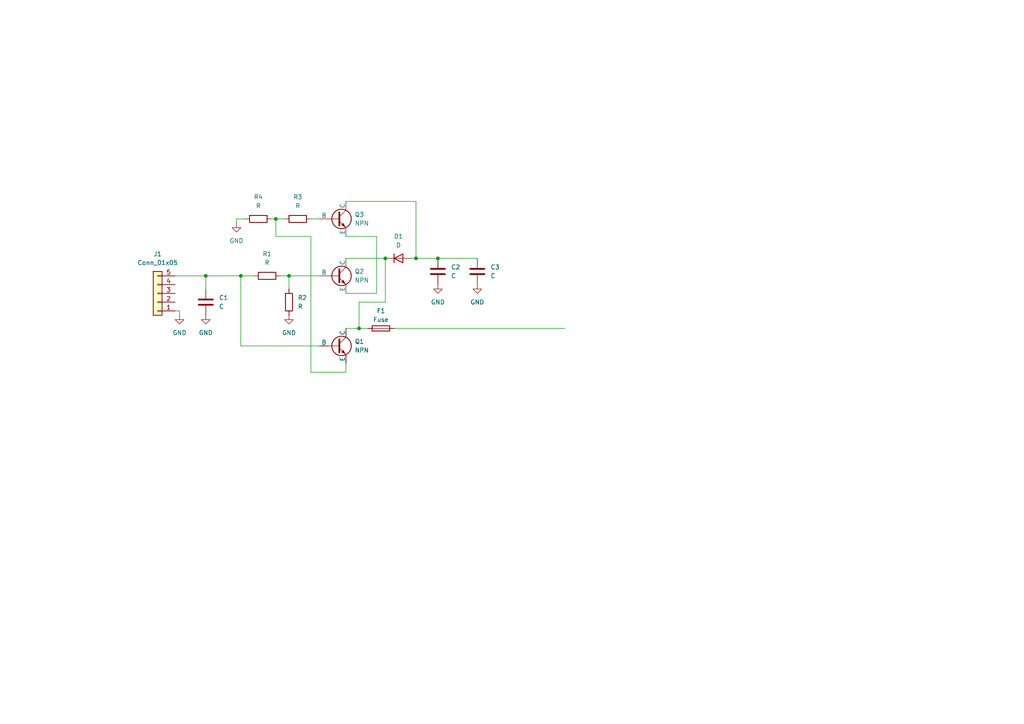
<source format=kicad_sch>
(kicad_sch (version 20230121) (generator eeschema)
  (paper "A4")
  (lib_symbols
    (symbol "Connector_Generic:Conn_01x05" (pin_names (offset 1.016) hide)
      (property "Reference" "J" (at 0 7.62 0))
      (property "Value" "Conn_01x05" (at 0 -7.62 0))
      (symbol "Conn_01x05_1_1"
        (rectangle (start -1.27 -4.953) (end 0 -5.207) (stroke (width 0.1524)))
        (rectangle (start -1.27 -2.413) (end 0 -2.667) (stroke (width 0.1524)))
        (rectangle (start -1.27 0.127) (end 0 -0.127) (stroke (width 0.1524)))
        (rectangle (start -1.27 2.667) (end 0 2.413) (stroke (width 0.1524)))
        (rectangle (start -1.27 5.207) (end 0 4.953) (stroke (width 0.1524)))
        (rectangle (start -1.27 6.35) (end 1.27 -6.35) (stroke (width 0.254)) (fill (type background)))
        (pin passive line (at -5.08 5.08 0) (length 3.81) (name "Pin_1") (number "1"))
        (pin passive line (at -5.08 2.54 0) (length 3.81) (name "Pin_2") (number "2"))
        (pin passive line (at -5.08 0 0) (length 3.81) (name "Pin_3") (number "3"))
        (pin passive line (at -5.08 -2.54 0) (length 3.81) (name "Pin_4") (number "4"))
        (pin passive line (at -5.08 -5.08 0) (length 3.81) (name "Pin_5") (number "5"))
      )
    )
    (symbol "Device:C" (pin_numbers hide) (pin_names (offset 0.254))
      (property "Reference" "C" (at 0.635 2.54 0))
      (property "Value" "C" (at 0.635 -2.54 0))
      (symbol "C_0_1"
        (polyline (pts (xy -2.032 -0.762) (xy 2.032 -0.762)) (stroke (width 0.508)))
        (polyline (pts (xy -2.032 0.762) (xy 2.032 0.762)) (stroke (width 0.508)))
      )
      (symbol "C_1_1"
        (pin passive line (at 0 3.81 270) (length 2.794) (name "~") (number "1"))
        (pin passive line (at 0 -3.81 90) (length 2.794) (name "~") (number "2"))
      )
    )
    (symbol "Device:D" (pin_numbers hide) (pin_names (offset 1.016) hide)
      (property "Reference" "D" (at 0 2.54 0))
      (property "Value" "D" (at 0 -2.54 0))
      (symbol "D_0_1"
        (polyline (pts (xy -1.27 1.27) (xy -1.27 -1.27)) (stroke (width 0.254)))
        (polyline (pts (xy 1.27 0) (xy -1.27 0)))
        (polyline (pts (xy 1.27 1.27) (xy 1.27 -1.27) (xy -1.27 0) (xy 1.27 1.27)) (stroke (width 0.254)))
      )
      (symbol "D_1_1"
        (pin passive line (at -3.81 0 0) (length 2.54) (name "K") (number "1"))
        (pin passive line (at 3.81 0 180) (length 2.54) (name "A") (number "2"))
      )
    )
    (symbol "Device:Fuse" (pin_numbers hide) (pin_names (offset 0))
      (property "Reference" "F" (at 2.032 0 90))
      (property "Value" "Fuse" (at -1.905 0 90))
      (symbol "Fuse_0_1"
        (rectangle (start -0.762 -2.54) (end 0.762 2.54) (stroke (width 0.254)))
        (polyline (pts (xy 0 2.54) (xy 0 -2.54)))
      )
      (symbol "Fuse_1_1"
        (pin passive line (at 0 3.81 270) (length 1.27) (name "~") (number "1"))
        (pin passive line (at 0 -3.81 90) (length 1.27) (name "~") (number "2"))
      )
    )
    (symbol "Device:R" (pin_numbers hide) (pin_names (offset 0))
      (property "Reference" "R" (at 2.032 0 90))
      (property "Value" "R" (at 0 0 90))
      (symbol "R_0_1"
        (rectangle (start -1.016 -2.54) (end 1.016 2.54) (stroke (width 0.254)))
      )
      (symbol "R_1_1"
        (pin passive line (at 0 3.81 270) (length 1.27) (name "~") (number "1"))
        (pin passive line (at 0 -3.81 90) (length 1.27) (name "~") (number "2"))
      )
    )
    (symbol "Simulation_SPICE:NPN" (pin_numbers hide) (pin_names (offset 0))
      (property "Reference" "Q" (at -2.54 7.62 0))
      (property "Value" "NPN" (at -2.54 5.08 0))
      (symbol "NPN_0_1"
        (polyline (pts (xy -2.54 0) (xy 0.635 0)) (stroke (width 0.1524)))
        (polyline (pts (xy 0.635 0.635) (xy 2.54 2.54)))
        (polyline (pts (xy 2.794 -1.27) (xy 2.794 -1.27)) (stroke (width 0.1524)))
        (polyline (pts (xy 2.794 -1.27) (xy 2.794 -1.27)) (stroke (width 0.1524)))
        (polyline (pts (xy 0.635 -0.635) (xy 2.54 -2.54) (xy 2.54 -2.54)))
        (polyline (pts (xy 0.635 1.905) (xy 0.635 -1.905) (xy 0.635 -1.905)) (stroke (width 0.508)))
        (polyline (pts (xy 1.27 -1.778) (xy 1.778 -1.27) (xy 2.286 -2.286) (xy 1.27 -1.778) (xy 1.27 -1.778)) (fill (type outline)))
        (circle (center 1.27 0) (radius 2.8194) (stroke (width 0.254)))
      )
      (symbol "NPN_1_1"
        (pin open_collector line (at 2.54 5.08 270) (length 2.54) (name "C") (number "1"))
        (pin input line (at -5.08 0 0) (length 2.54) (name "B") (number "2"))
        (pin open_emitter line (at 2.54 -5.08 90) (length 2.54) (name "E") (number "3"))
      )
    )
    (symbol "power:GND" (power) (pin_names (offset 0))
      (property "Value" "GND" (at 0 -3.81 0))
      (symbol "GND_0_1"
        (polyline (pts (xy 0 0) (xy 0 -1.27) (xy 1.27 -1.27) (xy 0 -2.54) (xy -1.27 -1.27) (xy 0 -1.27)))
      )
      (symbol "GND_1_1"
        (pin power_in line (at 0 0 270) (length 0) hide (name "GND") (number "1"))
      )
    )
  )
  (junction (at 83.82 80.01))
  (junction (at 104.14 95.25))
  (junction (at 69.85 80.01))
  (junction (at 59.69 80.01))
  (junction (at 127 74.93))
  (junction (at 111.76 74.93))
  (junction (at 120.65 74.93))
  (junction (at 80.01 63.5))
  (wire (pts (xy 81.28 80.01) (xy 83.82 80.01)))
  (wire (pts (xy 90.17 63.5) (xy 92.71 63.5)))
  (wire (pts (xy 69.85 80.01) (xy 73.66 80.01)))
  (wire (pts (xy 78.74 63.5) (xy 80.01 63.5)))
  (wire (pts (xy 83.82 80.01) (xy 83.82 83.82)))
  (wire (pts (xy 127 74.93) (xy 138.43 74.93)))
  (wire (pts (xy 59.69 80.01) (xy 59.69 83.82)))
  (wire (pts (xy 52.07 90.17) (xy 50.8 90.17)))
  (wire (pts (xy 59.69 80.01) (xy 69.85 80.01)))
  (wire (pts (xy 120.65 74.93) (xy 127 74.93)))
  (wire (pts (xy 90.17 68.58) (xy 80.01 68.58)))
  (wire (pts (xy 100.33 68.58) (xy 109.22 68.58)))
  (wire (pts (xy 68.58 63.5) (xy 68.58 64.77)))
  (wire (pts (xy 104.14 87.63) (xy 104.14 95.25)))
  (wire (pts (xy 71.12 63.5) (xy 68.58 63.5)))
  (wire (pts (xy 104.14 95.25) (xy 106.68 95.25)))
  (wire (pts (xy 100.33 58.42) (xy 120.65 58.42)))
  (wire (pts (xy 111.76 87.63) (xy 104.14 87.63)))
  (wire (pts (xy 69.85 80.01) (xy 69.85 100.33)))
  (wire (pts (xy 52.07 91.44) (xy 52.07 90.17)))
  (wire (pts (xy 100.33 107.95) (xy 90.17 107.95)))
  (wire (pts (xy 92.71 100.33) (xy 69.85 100.33)))
  (wire (pts (xy 83.82 80.01) (xy 92.71 80.01)))
  (wire (pts (xy 120.65 58.42) (xy 120.65 74.93)))
  (wire (pts (xy 80.01 63.5) (xy 80.01 68.58)))
  (wire (pts (xy 90.17 107.95) (xy 90.17 68.58)))
  (wire (pts (xy 100.33 105.41) (xy 100.33 107.95)))
  (wire (pts (xy 111.76 74.93) (xy 111.76 87.63)))
  (wire (pts (xy 50.8 80.01) (xy 59.69 80.01)))
  (wire (pts (xy 80.01 63.5) (xy 82.55 63.5)))
  (wire (pts (xy 119.38 74.93) (xy 120.65 74.93)))
  (wire (pts (xy 114.3 95.25) (xy 163.83 95.25)))
  (wire (pts (xy 109.22 68.58) (xy 109.22 85.09)))
  (wire (pts (xy 100.33 74.93) (xy 111.76 74.93)))
  (wire (pts (xy 100.33 95.25) (xy 104.14 95.25)))
  (wire (pts (xy 109.22 85.09) (xy 100.33 85.09)))
  (symbol (lib_id "Device:C") (at 127 78.74 0) (unit 1)
    (property "Reference" "C2" (at 130.81 77.47 0) (effects (justify left)))
    (property "Value" "C" (at 130.81 80.01 0) (effects (justify left)))
  )
  (symbol (lib_id "Device:D") (at 115.57 74.93 0) (unit 1)
    (property "Reference" "D1" (at 115.57 68.58 0))
    (property "Value" "D" (at 115.57 71.12 0))
    (property "Sim.Device" "D" (effects hide))
    (property "Sim.Pins" "1=K 2=A" (effects hide))
  )
  (symbol (lib_id "Simulation_SPICE:NPN") (at 97.79 100.33 0) (unit 1)
    (property "Reference" "Q1" (at 102.87 99.06 0) (effects (justify left)))
    (property "Value" "NPN" (at 102.87 101.6 0) (effects (justify left)))
    (property "Sim.Device" "NPN" (effects hide))
    (property "Sim.Type" "GUMMELPOON" (effects hide))
    (property "Sim.Pins" "1=C 2=B 3=E" (effects hide))
  )
  (symbol (lib_id "power:GND") (at 138.43 82.55 0) (unit 1)
    (property "Reference" "#PWR06" (effects hide))
    (property "Value" "GND" (at 138.43 87.63 0))
  )
  (symbol (lib_id "Device:Fuse") (at 110.49 95.25 90) (unit 1)
    (property "Reference" "F1" (at 110.49 90.17 90))
    (property "Value" "Fuse" (at 110.49 92.71 90))
  )
  (symbol (lib_id "power:GND") (at 52.07 91.44 0) (unit 1)
    (property "Reference" "#PWR01" (effects hide))
    (property "Value" "GND" (at 52.07 96.52 0))
  )
  (symbol (lib_id "Connector_Generic:Conn_01x05") (at 45.72 85.09 180) (unit 1)
    (property "Reference" "J1" (at 45.72 73.66 0))
    (property "Value" "Conn_01x05" (at 45.72 76.2 0))
  )
  (symbol (lib_id "power:GND") (at 83.82 91.44 0) (unit 1)
    (property "Reference" "#PWR03" (effects hide))
    (property "Value" "GND" (at 83.82 96.52 0))
  )
  (symbol (lib_id "Device:C") (at 138.43 78.74 0) (unit 1)
    (property "Reference" "C3" (at 142.24 77.47 0) (effects (justify left)))
    (property "Value" "C" (at 142.24 80.01 0) (effects (justify left)))
  )
  (symbol (lib_id "power:GND") (at 68.58 64.77 0) (unit 1)
    (property "Reference" "#PWR04" (effects hide))
    (property "Value" "GND" (at 68.58 69.85 0))
  )
  (symbol (lib_id "Device:R") (at 86.36 63.5 90) (unit 1)
    (property "Reference" "R3" (at 86.36 57.15 90))
    (property "Value" "R" (at 86.36 59.69 90))
  )
  (symbol (lib_id "Device:R") (at 77.47 80.01 90) (unit 1)
    (property "Reference" "R1" (at 77.47 73.66 90))
    (property "Value" "R" (at 77.47 76.2 90))
  )
  (symbol (lib_id "Simulation_SPICE:NPN") (at 97.79 80.01 0) (unit 1)
    (property "Reference" "Q2" (at 102.87 78.74 0) (effects (justify left)))
    (property "Value" "NPN" (at 102.87 81.28 0) (effects (justify left)))
    (property "Sim.Device" "NPN" (effects hide))
    (property "Sim.Type" "GUMMELPOON" (effects hide))
    (property "Sim.Pins" "1=C 2=B 3=E" (effects hide))
  )
  (symbol (lib_id "Device:C") (at 59.69 87.63 0) (unit 1)
    (property "Reference" "C1" (at 63.5 86.36 0) (effects (justify left)))
    (property "Value" "C" (at 63.5 88.9 0) (effects (justify left)))
  )
  (symbol (lib_id "power:GND") (at 59.69 91.44 0) (unit 1)
    (property "Reference" "#PWR02" (effects hide))
    (property "Value" "GND" (at 59.69 96.52 0))
  )
  (symbol (lib_id "Device:R") (at 83.82 87.63 180) (unit 1)
    (property "Reference" "R2" (at 86.36 86.36 0) (effects (justify right)))
    (property "Value" "R" (at 86.36 88.9 0) (effects (justify right)))
  )
  (symbol (lib_id "Simulation_SPICE:NPN") (at 97.79 63.5 0) (unit 1)
    (property "Reference" "Q3" (at 102.87 62.23 0) (effects (justify left)))
    (property "Value" "NPN" (at 102.87 64.77 0) (effects (justify left)))
    (property "Sim.Device" "NPN" (effects hide))
    (property "Sim.Type" "GUMMELPOON" (effects hide))
    (property "Sim.Pins" "1=C 2=B 3=E" (effects hide))
  )
  (symbol (lib_id "Device:R") (at 74.93 63.5 90) (unit 1)
    (property "Reference" "R4" (at 74.93 57.15 90))
    (property "Value" "R" (at 74.93 59.69 90))
  )
  (symbol (lib_id "power:GND") (at 127 82.55 0) (unit 1)
    (property "Reference" "#PWR05" (effects hide))
    (property "Value" "GND" (at 127 87.63 0))
  )
)
</source>
